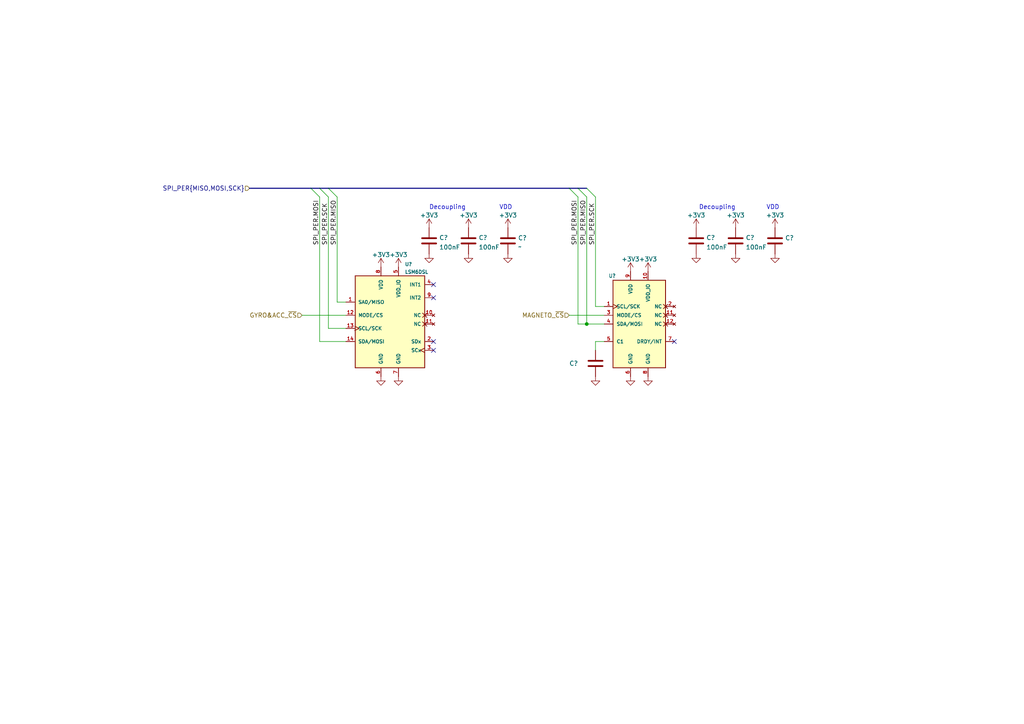
<source format=kicad_sch>
(kicad_sch (version 20211123) (generator eeschema)
  (paper "A4")
  (lib_symbols
    (symbol "Device:C" (pin_numbers hide) (pin_names (offset 0.254))
      (property "Reference" "C" (at 0.635 2.54 0))
      (property "Value" "C" (at 0.635 -2.54 0))
      (symbol "C_0_1"
        (polyline (pts (xy -2.032 -0.762) (xy 2.032 -0.762)) (stroke (width 0.508)))
        (polyline (pts (xy -2.032 0.762) (xy 2.032 0.762)) (stroke (width 0.508)))
      )
      (symbol "C_1_1"
        (pin passive line (at 0 3.81 270) (length 2.794) (name "~") (number "1"))
        (pin passive line (at 0 -3.81 90) (length 2.794) (name "~") (number "2"))
      )
    )
    (symbol "TCY_sensors:IIS2MDC" (pin_names (offset 1))
      (property "Reference" "U" (at 7.62 15.24 0))
      (property "Value" "IIS2MDC" (at -7.62 15.24 0))
      (symbol "IIS2MDC_0_1"
        (rectangle (start -7.62 12.7) (end 7.62 -12.7) (stroke (width 0.254)) (fill (type background)))
      )
      (symbol "IIS2MDC_1_1"
        (pin input clock (at -10.16 5.08 0) (length 2.54) (name "SCL/SCK") (number "1"))
        (pin power_in line (at 2.54 15.24 270) (length 2.54) (name "VDD_IO") (number "10"))
        (pin no_connect non_logic (at 10.16 2.54 180) (length 2.54) (name "NC") (number "11"))
        (pin no_connect non_logic (at 10.16 0 180) (length 2.54) (name "NC") (number "12"))
        (pin no_connect non_logic (at 10.16 5.08 180) (length 2.54) (name "NC") (number "2"))
        (pin input line (at -10.16 2.54 0) (length 2.54) (name "MODE/CS") (number "3"))
        (pin bidirectional line (at -10.16 0 0) (length 2.54) (name "SDA/MOSI") (number "4"))
        (pin input line (at -10.16 -5.08 0) (length 2.54) (name "C1") (number "5"))
        (pin passive line (at -2.54 -15.24 90) (length 2.54) (name "GND") (number "6"))
        (pin output line (at 10.16 -5.08 180) (length 2.54) (name "DRDY/INT") (number "7"))
        (pin passive line (at 2.54 -15.24 90) (length 2.54) (name "GND") (number "8"))
        (pin power_in line (at -2.54 15.24 270) (length 2.54) (name "VDD") (number "9"))
      )
    )
    (symbol "TCY_sensors:LSM6DSL" (pin_names (offset 1))
      (property "Reference" "U" (at -10 17 0))
      (property "Value" "LSM6DSL" (at -10 15 0))
      (symbol "LSM6DSL_0_1"
        (rectangle (start -10 12.7) (end 10.16 -13.97) (stroke (width 0.254)) (fill (type background)))
      )
      (symbol "LSM6DSL_1_1"
        (pin bidirectional line (at -12.7 5.08 0) (length 2.54) (name "SA0/MISO") (number "1"))
        (pin no_connect non_logic (at 12.7 1.27 180) (length 2.54) (name "NC") (number "10"))
        (pin no_connect non_logic (at 12.7 -1.27 180) (length 2.54) (name "NC") (number "11"))
        (pin input line (at -12.7 1.27 0) (length 2.54) (name "MODE/CS") (number "12"))
        (pin input clock (at -12.7 -2.54 0) (length 2.54) (name "SCL/SCK") (number "13"))
        (pin bidirectional line (at -12.7 -6.35 0) (length 2.54) (name "SDA/MOSI") (number "14"))
        (pin bidirectional line (at 12.7 -6.35 180) (length 2.54) (name "SDx") (number "2"))
        (pin output clock (at 12.7 -8.89 180) (length 2.54) (name "SCx") (number "3"))
        (pin output line (at 12.7 10.16 180) (length 2.54) (name "INT1") (number "4"))
        (pin power_in line (at 2.54 15.24 270) (length 2.54) (name "VDD_IO") (number "5"))
        (pin passive line (at -2.54 -16.51 90) (length 2.54) (name "GND") (number "6"))
        (pin passive line (at 2.54 -16.51 90) (length 2.54) (name "GND") (number "7"))
        (pin power_in line (at -2.54 15.24 270) (length 2.54) (name "VDD") (number "8"))
        (pin output line (at 12.7 6.35 180) (length 2.54) (name "INT2") (number "9"))
      )
    )
    (symbol "power:+3.3V" (power) (pin_names (offset 0))
      (property "Value" "+3.3V" (at 0 3.556 0))
      (symbol "+3.3V_0_1"
        (polyline (pts (xy -0.762 1.27) (xy 0 2.54)))
        (polyline (pts (xy 0 0) (xy 0 2.54)))
        (polyline (pts (xy 0 2.54) (xy 0.762 1.27)))
      )
      (symbol "+3.3V_1_1"
        (pin power_in line (at 0 0 90) (length 0) hide (name "+3V3") (number "1"))
      )
    )
    (symbol "power:+3V3" (power) (pin_names (offset 0))
      (property "Value" "+3V3" (at 0 3.556 0))
      (symbol "+3V3_0_1"
        (polyline (pts (xy -0.762 1.27) (xy 0 2.54)))
        (polyline (pts (xy 0 0) (xy 0 2.54)))
        (polyline (pts (xy 0 2.54) (xy 0.762 1.27)))
      )
      (symbol "+3V3_1_1"
        (pin power_in line (at 0 0 90) (length 0) hide (name "+3V3") (number "1"))
      )
    )
    (symbol "power:GND" (power) (pin_names (offset 0))
      (property "Value" "GND" (at 0 -3.81 0))
      (symbol "GND_0_1"
        (polyline (pts (xy 0 0) (xy 0 -1.27) (xy 1.27 -1.27) (xy 0 -2.54) (xy -1.27 -1.27) (xy 0 -1.27)))
      )
      (symbol "GND_1_1"
        (pin power_in line (at 0 0 270) (length 0) hide (name "GND") (number "1"))
      )
    )
  )
  (junction (at 170.18 93.98))
  (no_connect (at 195.58 99.06))
  (no_connect (at 125.73 82.55))
  (no_connect (at 125.73 86.36))
  (no_connect (at 125.73 101.6))
  (no_connect (at 125.73 99.06))
  (bus_entry (at 165.1 54.61) (size 2.54 2.54))
  (bus_entry (at 167.64 54.61) (size 2.54 2.54))
  (bus_entry (at 92.71 54.61) (size 2.54 2.54))
  (bus_entry (at 95.25 54.61) (size 2.54 2.54))
  (bus_entry (at 90.17 54.61) (size 2.54 2.54))
  (bus_entry (at 170.18 54.61) (size 2.54 2.54))
  (bus (pts (xy 72.39 54.61) (xy 90.17 54.61)))
  (wire (pts (xy 92.71 57.15) (xy 92.71 99.06)))
  (wire (pts (xy 167.64 93.98) (xy 170.18 93.98)))
  (wire (pts (xy 92.71 99.06) (xy 100.33 99.06)))
  (bus (pts (xy 92.71 54.61) (xy 95.25 54.61)))
  (wire (pts (xy 175.26 93.98) (xy 170.18 93.98)))
  (wire (pts (xy 172.72 88.9) (xy 172.72 57.15)))
  (wire (pts (xy 87.63 91.44) (xy 100.33 91.44)))
  (wire (pts (xy 172.72 101.6) (xy 172.72 99.06)))
  (wire (pts (xy 165.1 91.44) (xy 175.26 91.44)))
  (bus (pts (xy 90.17 54.61) (xy 92.71 54.61)))
  (wire (pts (xy 167.64 57.15) (xy 167.64 93.98)))
  (wire (pts (xy 95.25 95.25) (xy 100.33 95.25)))
  (wire (pts (xy 175.26 88.9) (xy 172.72 88.9)))
  (wire (pts (xy 95.25 57.15) (xy 95.25 95.25)))
  (wire (pts (xy 97.79 57.15) (xy 97.79 87.63)))
  (wire (pts (xy 97.79 87.63) (xy 100.33 87.63)))
  (wire (pts (xy 170.18 93.98) (xy 170.18 57.15)))
  (wire (pts (xy 172.72 99.06) (xy 175.26 99.06)))
  (bus (pts (xy 165.1 54.61) (xy 167.64 54.61)))
  (bus (pts (xy 167.64 54.61) (xy 170.18 54.61)))
  (bus (pts (xy 95.25 54.61) (xy 165.1 54.61)))
  (text "VDD" (at 144.78 60.96 0) (effects (font (size 1.27 1.27)) (justify left bottom)))
  (text "Decoupling" (at 213.36 60.96 180) (effects (font (size 1.27 1.27)) (justify right bottom)))
  (text "Decoupling" (at 124.46 60.96 0) (effects (font (size 1.27 1.27)) (justify left bottom)))
  (text "VDD" (at 222.25 60.96 0) (effects (font (size 1.27 1.27)) (justify left bottom)))
  (label "SPI_PER.MISO" (at 97.79 71.12 90))
  (label "SPI_PER.SCK" (at 172.72 71.12 90))
  (label "SPI_PER.MOSI" (at 167.64 71.12 90))
  (label "SPI_PER.SCK" (at 95.25 71.12 90))
  (label "SPI_PER.MOSI" (at 92.71 71.12 90))
  (label "SPI_PER.MISO" (at 170.18 71.12 90))
  (hierarchical_label "GYRO&ACC_~{CS}" (shape input) (at 87.63 91.44 180))
  (hierarchical_label "MAGNETO_~{CS}" (shape input) (at 165.1 91.44 180))
  (hierarchical_label "SPI_PER{MISO,MOSI,SCK}" (shape input) (at 72.39 54.61 180))
  (symbol (lib_id "Device:C") (at 172.72 105.41 0) (unit 1)
    (property "Reference" "C?" (at 165.1 105.41 0) (effects (justify left)))
  )
  (symbol (lib_id "power:+3.3V") (at 147.32 66.04 0) (unit 1)
    (property "Reference" "#PWR?" (effects hide))
    (property "Value" "+3.3V" (at 147.32 62.4355 0))
  )
  (symbol (lib_id "power:GND") (at 213.36 73.66 0) (unit 1)
    (property "Reference" "#PWR?" (effects hide))
    (property "Value" "GND" (effects hide))
  )
  (symbol (lib_id "power:GND") (at 110.49 109.22 0) (unit 1)
    (property "Reference" "#PWR?" (effects hide))
  )
  (symbol (lib_id "power:+3V3") (at 110.49 77.47 0) (unit 1)
    (property "Reference" "#PWR?" (effects hide))
  )
  (symbol (lib_id "Device:C") (at 213.36 69.85 0) (unit 1)
    (property "Reference" "C?" (at 216.2811 68.9415 0) (effects (justify left)))
    (property "Value" "100nF" (at 216.2811 71.7166 0) (effects (justify left)))
    (property "Footprint" "TCY_passives:C_0603_1608Metric" (effects hide))
  )
  (symbol (lib_id "Device:C") (at 201.93 69.85 0) (unit 1)
    (property "Reference" "C?" (at 204.8511 68.9415 0) (effects (justify left)))
    (property "Value" "100nF" (at 204.8511 71.7166 0) (effects (justify left)))
    (property "Footprint" "TCY_passives:C_0603_1608Metric" (effects hide))
  )
  (symbol (lib_id "Device:C") (at 147.32 69.85 0) (unit 1)
    (property "Reference" "C?" (at 150.241 69.0153 0) (effects (justify left)))
    (property "Value" "~" (at 150.241 71.5522 0) (effects (justify left)))
    (property "Footprint" "TCY_passives:C_0603_1608Metric" (effects hide))
  )
  (symbol (lib_id "power:GND") (at 172.72 109.22 0) (unit 1)
    (property "Reference" "#PWR?" (effects hide))
  )
  (symbol (lib_id "power:GND") (at 147.32 73.66 0) (unit 1)
    (property "Reference" "#PWR?" (effects hide))
    (property "Value" "GND" (effects hide))
  )
  (symbol (lib_id "Device:C") (at 224.79 69.85 0) (unit 1)
    (property "Reference" "C?" (at 227.711 69.0153 0) (effects (justify left)))
    (property "Footprint" "TCY_passives:C_0603_1608Metric" (effects hide))
  )
  (symbol (lib_id "power:+3.3V") (at 201.93 66.04 0) (unit 1)
    (property "Reference" "#PWR?" (effects hide))
    (property "Value" "+3.3V" (at 201.93 62.4355 0))
  )
  (symbol (lib_id "power:+3.3V") (at 135.89 66.04 0) (unit 1)
    (property "Reference" "#PWR?" (effects hide))
    (property "Value" "+3.3V" (at 135.89 62.4355 0))
  )
  (symbol (lib_id "power:GND") (at 135.89 73.66 0) (unit 1)
    (property "Reference" "#PWR?" (effects hide))
    (property "Value" "GND" (effects hide))
  )
  (symbol (lib_id "power:GND") (at 224.79 73.66 0) (unit 1)
    (property "Reference" "#PWR?" (effects hide))
    (property "Value" "GND" (effects hide))
  )
  (symbol (lib_id "Device:C") (at 135.89 69.85 0) (unit 1)
    (property "Reference" "C?" (at 138.8111 68.9415 0) (effects (justify left)))
    (property "Value" "100nF" (at 138.8111 71.7166 0) (effects (justify left)))
    (property "Footprint" "TCY_passives:C_0603_1608Metric" (effects hide))
  )
  (symbol (lib_id "power:+3.3V") (at 213.36 66.04 0) (unit 1)
    (property "Reference" "#PWR?" (effects hide))
    (property "Value" "+3.3V" (at 213.36 62.4355 0))
  )
  (symbol (lib_id "power:GND") (at 201.93 73.66 0) (unit 1)
    (property "Reference" "#PWR?" (effects hide))
    (property "Value" "GND" (effects hide))
  )
  (symbol (lib_id "power:GND") (at 115.57 109.22 0) (unit 1)
    (property "Reference" "#PWR?" (effects hide))
  )
  (symbol (lib_id "power:GND") (at 182.88 109.22 0) (unit 1)
    (property "Reference" "#PWR?" (effects hide))
  )
  (symbol (lib_id "power:+3.3V") (at 124.46 66.04 0) (unit 1)
    (property "Reference" "#PWR?" (effects hide))
    (property "Value" "+3.3V" (at 124.46 62.4355 0))
  )
  (symbol (lib_id "power:GND") (at 124.46 73.66 0) (unit 1)
    (property "Reference" "#PWR?" (effects hide))
    (property "Value" "GND" (effects hide))
  )
  (symbol (lib_id "TCY_sensors:LSM6DSL") (at 113.03 92.71 0) (unit 1)
    (property "Reference" "U?" (at 117.4409 76.6439 0) (effects (font (size 1 1)) (justify left)))
    (property "Value" "LSM6DSL" (at 117.4409 78.8829 0) (effects (font (size 1 1)) (justify left)))
    (property "Footprint" "Package_LGA:LGA-14_3x2.5mm_P0.5mm_LayoutBorder3x4y" (effects hide))
    (property "Datasheet" "https://www.st.com/resource/en/datasheet/lsm6dsl.pdf" (effects hide))
  )
  (symbol (lib_id "power:+3V3") (at 187.96 78.74 0) (unit 1)
    (property "Reference" "#PWR?" (effects hide))
  )
  (symbol (lib_id "Device:C") (at 124.46 69.85 0) (unit 1)
    (property "Reference" "C?" (at 127.3811 68.9415 0) (effects (justify left)))
    (property "Value" "100nF" (at 127.3811 71.7166 0) (effects (justify left)))
    (property "Footprint" "TCY_passives:C_0603_1608Metric" (effects hide))
  )
  (symbol (lib_id "power:+3V3") (at 115.57 77.47 0) (unit 1)
    (property "Reference" "#PWR?" (effects hide))
  )
  (symbol (lib_id "power:GND") (at 187.96 109.22 0) (unit 1)
    (property "Reference" "#PWR?" (effects hide))
  )
  (symbol (lib_id "TCY_sensors:IIS2MDC") (at 185.42 93.98 0) (unit 1)
    (property "Reference" "U?" (at 176.53 80.01 0) (effects (font (size 1 1)) (justify left)))
    (property "Footprint" "Package_LGA:LGA-12_2x2mm_P0.5mm" (effects hide))
    (property "Datasheet" "https://www.st.com/resource/en/datasheet/iis2mdc.pdf" (effects hide))
  )
  (symbol (lib_id "power:+3.3V") (at 224.79 66.04 0) (unit 1)
    (property "Reference" "#PWR?" (effects hide))
    (property "Value" "+3.3V" (at 224.79 62.4355 0))
  )
  (symbol (lib_id "power:+3V3") (at 182.88 78.74 0) (unit 1)
    (property "Reference" "#PWR?" (effects hide))
  )
)
</source>
